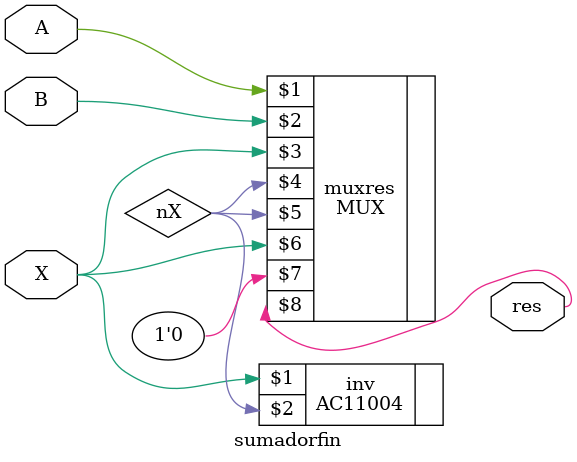
<source format=v>
`timescale 1ns/100ps
module sumadortip(X,A,B,llevo,res);
	input A, B, X;
	output llevo, res;
	wire nX;
	AC11004 inv(X,nX);
	MUX muxres(A,B,X,nX,nX,X,1'b0,res);
	MUX muxllevo(A,B,1'b0,X,X,1'b1,1'b0,llevo);
endmodule

module sumadorinic(A,B,llevo,res);
	input A, B;
	output  llevo,res;
	wire nX;
	MUX muxllevo(A,B,1'b0,1'b0,1'b0,1'b1,1'b0,llevo);
	MUX muxres(A,B,1'b0,1'b1,1'b1,1'b0,1'b0,res);
endmodule

module sumadorfin(X,A,B,res);
	input X,A,B;
	output res;
	wire nX;
	AC11004 inv(X,nX);
	MUX muxres(A,B,X,nX,nX,X,1'b0,res);
endmodule

</source>
